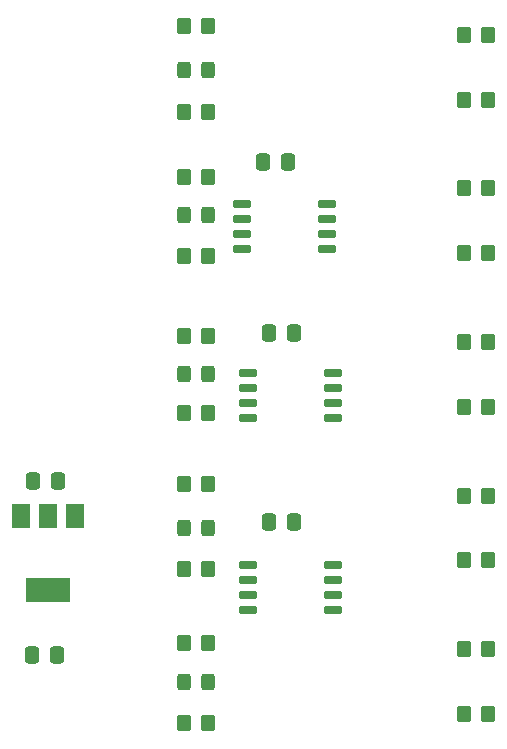
<source format=gbp>
G04 #@! TF.GenerationSoftware,KiCad,Pcbnew,(6.0.8)*
G04 #@! TF.CreationDate,2023-09-02T11:50:29+03:00*
G04 #@! TF.ProjectId,line_sensor_encoder,6c696e65-5f73-4656-9e73-6f725f656e63,rev?*
G04 #@! TF.SameCoordinates,Original*
G04 #@! TF.FileFunction,Paste,Bot*
G04 #@! TF.FilePolarity,Positive*
%FSLAX46Y46*%
G04 Gerber Fmt 4.6, Leading zero omitted, Abs format (unit mm)*
G04 Created by KiCad (PCBNEW (6.0.8)) date 2023-09-02 11:50:29*
%MOMM*%
%LPD*%
G01*
G04 APERTURE LIST*
G04 Aperture macros list*
%AMRoundRect*
0 Rectangle with rounded corners*
0 $1 Rounding radius*
0 $2 $3 $4 $5 $6 $7 $8 $9 X,Y pos of 4 corners*
0 Add a 4 corners polygon primitive as box body*
4,1,4,$2,$3,$4,$5,$6,$7,$8,$9,$2,$3,0*
0 Add four circle primitives for the rounded corners*
1,1,$1+$1,$2,$3*
1,1,$1+$1,$4,$5*
1,1,$1+$1,$6,$7*
1,1,$1+$1,$8,$9*
0 Add four rect primitives between the rounded corners*
20,1,$1+$1,$2,$3,$4,$5,0*
20,1,$1+$1,$4,$5,$6,$7,0*
20,1,$1+$1,$6,$7,$8,$9,0*
20,1,$1+$1,$8,$9,$2,$3,0*%
G04 Aperture macros list end*
%ADD10RoundRect,0.150000X0.650000X0.150000X-0.650000X0.150000X-0.650000X-0.150000X0.650000X-0.150000X0*%
%ADD11RoundRect,0.250000X0.350000X0.450000X-0.350000X0.450000X-0.350000X-0.450000X0.350000X-0.450000X0*%
%ADD12RoundRect,0.250000X0.325000X0.450000X-0.325000X0.450000X-0.325000X-0.450000X0.325000X-0.450000X0*%
%ADD13RoundRect,0.250000X0.337500X0.475000X-0.337500X0.475000X-0.337500X-0.475000X0.337500X-0.475000X0*%
%ADD14RoundRect,0.250000X-0.350000X-0.450000X0.350000X-0.450000X0.350000X0.450000X-0.350000X0.450000X0*%
%ADD15R,1.500000X2.000000*%
%ADD16R,3.800000X2.000000*%
G04 APERTURE END LIST*
D10*
X155100000Y-112345000D03*
X155100000Y-113615000D03*
X155100000Y-114885000D03*
X155100000Y-116155000D03*
X147900000Y-116155000D03*
X147900000Y-114885000D03*
X147900000Y-113615000D03*
X147900000Y-112345000D03*
D11*
X168250000Y-93500000D03*
X166250000Y-93500000D03*
X168250000Y-119500000D03*
X166250000Y-119500000D03*
X144500000Y-119000000D03*
X142500000Y-119000000D03*
X168250000Y-80500000D03*
X166250000Y-80500000D03*
D12*
X144525000Y-96250000D03*
X142475000Y-96250000D03*
D13*
X151787500Y-92750000D03*
X149712500Y-92750000D03*
X151787500Y-108750000D03*
X149712500Y-108750000D03*
D10*
X154600000Y-81845000D03*
X154600000Y-83115000D03*
X154600000Y-84385000D03*
X154600000Y-85655000D03*
X147400000Y-85655000D03*
X147400000Y-84385000D03*
X147400000Y-83115000D03*
X147400000Y-81845000D03*
D11*
X144500000Y-66750000D03*
X142500000Y-66750000D03*
X144500000Y-105500000D03*
X142500000Y-105500000D03*
D13*
X131825000Y-105250000D03*
X129750000Y-105250000D03*
X131750000Y-120000000D03*
X129675000Y-120000000D03*
D12*
X144525000Y-70500000D03*
X142475000Y-70500000D03*
D11*
X168250000Y-125000000D03*
X166250000Y-125000000D03*
X168250000Y-112000000D03*
X166250000Y-112000000D03*
X168250000Y-86000000D03*
X166250000Y-86000000D03*
X144500000Y-93000000D03*
X142500000Y-93000000D03*
D14*
X142500000Y-99500000D03*
X144500000Y-99500000D03*
D12*
X144525000Y-109250000D03*
X142475000Y-109250000D03*
D15*
X128700000Y-108200000D03*
X131000000Y-108200000D03*
D16*
X131000000Y-114500000D03*
D15*
X133300000Y-108200000D03*
D10*
X155100000Y-96095000D03*
X155100000Y-97365000D03*
X155100000Y-98635000D03*
X155100000Y-99905000D03*
X147900000Y-99905000D03*
X147900000Y-98635000D03*
X147900000Y-97365000D03*
X147900000Y-96095000D03*
D11*
X144500000Y-79500000D03*
X142500000Y-79500000D03*
D13*
X151287500Y-78250000D03*
X149212500Y-78250000D03*
D14*
X142500000Y-86250000D03*
X144500000Y-86250000D03*
D11*
X168250000Y-99000000D03*
X166250000Y-99000000D03*
D12*
X144525000Y-82750000D03*
X142475000Y-82750000D03*
D14*
X142500000Y-74000000D03*
X144500000Y-74000000D03*
D11*
X168250000Y-106500000D03*
X166250000Y-106500000D03*
D12*
X144525000Y-122250000D03*
X142475000Y-122250000D03*
D14*
X142500000Y-125750000D03*
X144500000Y-125750000D03*
D11*
X168250000Y-73000000D03*
X166250000Y-73000000D03*
D14*
X142500000Y-112750000D03*
X144500000Y-112750000D03*
D11*
X168250000Y-67500000D03*
X166250000Y-67500000D03*
M02*

</source>
